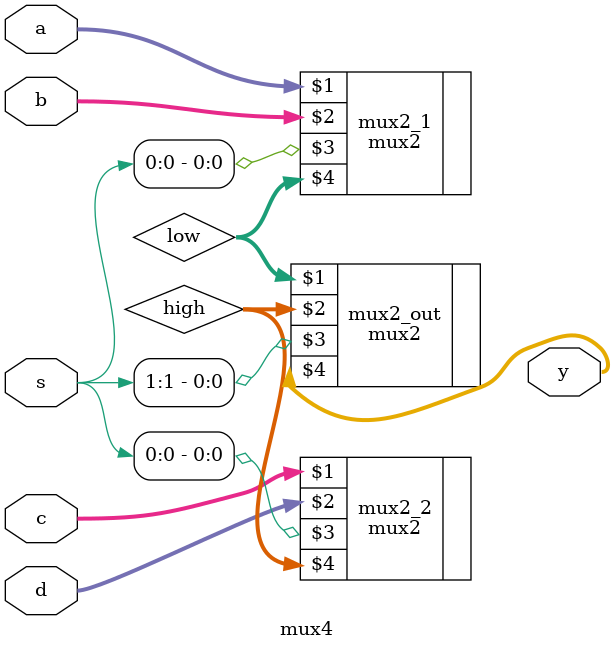
<source format=sv>
module mux4#(parameter N = 32)(input logic [N-1:0] a, b, c, d,
input logic [1:0] s,
output logic [N-1:0] y);
logic [N-1:0] low, high;
mux2 #(N) mux2_1(a, b, s[0], low);
mux2 #(N) mux2_2(c, d, s[0], high);
mux2 #(N) mux2_out(low, high, s[1], y);
endmodule

</source>
